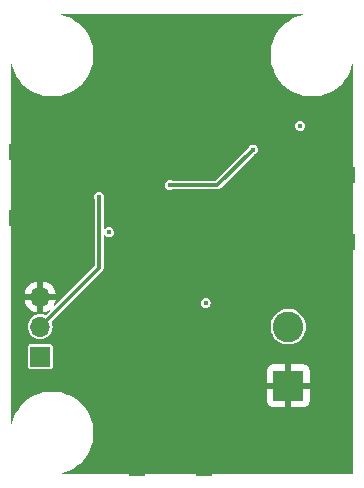
<source format=gbr>
%TF.GenerationSoftware,KiCad,Pcbnew,8.0.2*%
%TF.CreationDate,2025-01-11T01:11:34-03:00*%
%TF.ProjectId,LTC6268-10,4c544336-3236-4382-9d31-302e6b696361,rev?*%
%TF.SameCoordinates,Original*%
%TF.FileFunction,Copper,L4,Bot*%
%TF.FilePolarity,Positive*%
%FSLAX46Y46*%
G04 Gerber Fmt 4.6, Leading zero omitted, Abs format (unit mm)*
G04 Created by KiCad (PCBNEW 8.0.2) date 2025-01-11 01:11:34*
%MOMM*%
%LPD*%
G01*
G04 APERTURE LIST*
%TA.AperFunction,SMDPad,CuDef*%
%ADD10R,4.200000X1.350000*%
%TD*%
%TA.AperFunction,ComponentPad*%
%ADD11R,2.600000X2.600000*%
%TD*%
%TA.AperFunction,ComponentPad*%
%ADD12C,2.600000*%
%TD*%
%TA.AperFunction,SMDPad,CuDef*%
%ADD13R,1.350000X4.200000*%
%TD*%
%TA.AperFunction,ComponentPad*%
%ADD14R,1.700000X1.700000*%
%TD*%
%TA.AperFunction,ComponentPad*%
%ADD15O,1.700000X1.700000*%
%TD*%
%TA.AperFunction,ViaPad*%
%ADD16C,0.450000*%
%TD*%
%TA.AperFunction,Conductor*%
%ADD17C,0.349300*%
%TD*%
G04 APERTURE END LIST*
D10*
%TO.P,J4,2,Ext*%
%TO.N,GND*%
X134420001Y-72825000D03*
X134420001Y-67175000D03*
%TD*%
D11*
%TO.P,J2,1,Pin_1*%
%TO.N,GND*%
X130920001Y-85000000D03*
D12*
%TO.P,J2,2,Pin_2*%
%TO.N,Net-(J2-Pin_2)*%
X130920001Y-80000000D03*
%TD*%
D10*
%TO.P,J1,2,Ext*%
%TO.N,GND*%
X109420001Y-65175000D03*
X109420001Y-70825000D03*
%TD*%
D13*
%TO.P,J3,2,Ext*%
%TO.N,GND*%
X118095001Y-90500000D03*
X123745001Y-90500000D03*
%TD*%
D14*
%TO.P,SD_L1,1,A*%
%TO.N,VCC*%
X109920001Y-82540000D03*
D15*
%TO.P,SD_L1,2,C*%
%TO.N,/Shutdown_L*%
X109920001Y-80000000D03*
%TO.P,SD_L1,3,B*%
%TO.N,GND*%
X109920001Y-77460000D03*
%TD*%
D16*
%TO.N,GND*%
X131920001Y-66500000D03*
X131920001Y-67500000D03*
X131920001Y-73500000D03*
X123920001Y-65000000D03*
X117920001Y-88000000D03*
X121420001Y-74000000D03*
X121420001Y-72000000D03*
X111920001Y-64500000D03*
X120920001Y-69000000D03*
X120920001Y-77000000D03*
X131920001Y-72500000D03*
X123920001Y-88000000D03*
X122920001Y-88000000D03*
X123920001Y-63000000D03*
X118920001Y-88000000D03*
X111420001Y-70000000D03*
X111920001Y-65500000D03*
X111420001Y-71500000D03*
%TO.N,VCC*%
X123919997Y-78000004D03*
X131920001Y-63000000D03*
X115720001Y-72000000D03*
%TO.N,Net-(U1-+IN)*%
X127919998Y-65000003D03*
X120920001Y-68000000D03*
%TO.N,/Shutdown_L*%
X114920001Y-69000000D03*
%TD*%
D17*
%TO.N,Net-(U1-+IN)*%
X120920001Y-68000000D02*
X124920001Y-68000000D01*
X124920001Y-68000000D02*
X127919998Y-65000003D01*
%TO.N,/Shutdown_L*%
X114920001Y-69000000D02*
X114920001Y-75000000D01*
X114920001Y-75000000D02*
X109920001Y-80000000D01*
%TD*%
%TA.AperFunction,Conductor*%
%TO.N,GND*%
G36*
X132119741Y-53514352D02*
G01*
X132134093Y-53549000D01*
X132119741Y-53583648D01*
X132097775Y-53596330D01*
X131836814Y-53666254D01*
X131836808Y-53666256D01*
X131836804Y-53666257D01*
X131836802Y-53666258D01*
X131739832Y-53703480D01*
X131494263Y-53797745D01*
X131167350Y-53964317D01*
X130859630Y-54164151D01*
X130859628Y-54164153D01*
X130574499Y-54395047D01*
X130574484Y-54395060D01*
X130315061Y-54654483D01*
X130315048Y-54654498D01*
X130084154Y-54939627D01*
X130084152Y-54939629D01*
X129884318Y-55247349D01*
X129717746Y-55574262D01*
X129676746Y-55681072D01*
X129614460Y-55843336D01*
X129586257Y-55916807D01*
X129586255Y-55916813D01*
X129491296Y-56271204D01*
X129433898Y-56633604D01*
X129414697Y-57000000D01*
X129433898Y-57366395D01*
X129491296Y-57728795D01*
X129586255Y-58083186D01*
X129586257Y-58083192D01*
X129586259Y-58083199D01*
X129670613Y-58302952D01*
X129717746Y-58425737D01*
X129739876Y-58469169D01*
X129883222Y-58750500D01*
X129884318Y-58752650D01*
X130084152Y-59060370D01*
X130084154Y-59060372D01*
X130315048Y-59345501D01*
X130315061Y-59345516D01*
X130574484Y-59604939D01*
X130574491Y-59604945D01*
X130574495Y-59604949D01*
X130574499Y-59604952D01*
X130859628Y-59835846D01*
X130859630Y-59835848D01*
X130859635Y-59835851D01*
X131167349Y-60035682D01*
X131494265Y-60202255D01*
X131836802Y-60333742D01*
X132191207Y-60428705D01*
X132553597Y-60486102D01*
X132920001Y-60505304D01*
X133286405Y-60486102D01*
X133648795Y-60428705D01*
X134003200Y-60333742D01*
X134345737Y-60202255D01*
X134672653Y-60035682D01*
X134980367Y-59835851D01*
X135265507Y-59604949D01*
X135524950Y-59345506D01*
X135755852Y-59060366D01*
X135955683Y-58752652D01*
X136122256Y-58425736D01*
X136253743Y-58083199D01*
X136323671Y-57822224D01*
X136346501Y-57792472D01*
X136383683Y-57787577D01*
X136413436Y-57810407D01*
X136420001Y-57834907D01*
X136420001Y-92451000D01*
X136405649Y-92485648D01*
X136371001Y-92500000D01*
X111754909Y-92500000D01*
X111720261Y-92485648D01*
X111705909Y-92451000D01*
X111720261Y-92416352D01*
X111742227Y-92403670D01*
X111804632Y-92386948D01*
X112003200Y-92333742D01*
X112345737Y-92202255D01*
X112672653Y-92035682D01*
X112980367Y-91835851D01*
X113265507Y-91604949D01*
X113524950Y-91345506D01*
X113755852Y-91060366D01*
X113955683Y-90752652D01*
X114122256Y-90425736D01*
X114253743Y-90083199D01*
X114348706Y-89728794D01*
X114406103Y-89366404D01*
X114425305Y-89000000D01*
X114406103Y-88633596D01*
X114348706Y-88271206D01*
X114253743Y-87916801D01*
X114122256Y-87574264D01*
X113955683Y-87247348D01*
X113755852Y-86939634D01*
X113755849Y-86939629D01*
X113755847Y-86939627D01*
X113585787Y-86729622D01*
X113524950Y-86654494D01*
X113524946Y-86654490D01*
X113524940Y-86654483D01*
X113265517Y-86395060D01*
X113265502Y-86395047D01*
X112980373Y-86164153D01*
X112980371Y-86164151D01*
X112672651Y-85964317D01*
X112345738Y-85797745D01*
X112222953Y-85750612D01*
X112003200Y-85666258D01*
X112003193Y-85666256D01*
X112003187Y-85666254D01*
X111648796Y-85571295D01*
X111550484Y-85555724D01*
X111286405Y-85513898D01*
X111286400Y-85513897D01*
X111286396Y-85513897D01*
X110920001Y-85494696D01*
X110553605Y-85513897D01*
X110553599Y-85513897D01*
X110553597Y-85513898D01*
X110387827Y-85540153D01*
X110191205Y-85571295D01*
X109836814Y-85666254D01*
X109836808Y-85666256D01*
X109836804Y-85666257D01*
X109836802Y-85666258D01*
X109739832Y-85703480D01*
X109494263Y-85797745D01*
X109167350Y-85964317D01*
X108859630Y-86164151D01*
X108859628Y-86164153D01*
X108574499Y-86395047D01*
X108574484Y-86395060D01*
X108315061Y-86654483D01*
X108315048Y-86654498D01*
X108084154Y-86939627D01*
X108084152Y-86939629D01*
X107884318Y-87247349D01*
X107717746Y-87574262D01*
X107676746Y-87681072D01*
X107614460Y-87843336D01*
X107586257Y-87916807D01*
X107586255Y-87916813D01*
X107516331Y-88177774D01*
X107493501Y-88207527D01*
X107456319Y-88212422D01*
X107426566Y-88189592D01*
X107420001Y-88165092D01*
X107420001Y-83652165D01*
X129120001Y-83652165D01*
X129120001Y-84750000D01*
X130320000Y-84750000D01*
X130294980Y-84810402D01*
X130270001Y-84935981D01*
X130270001Y-85064019D01*
X130294980Y-85189598D01*
X130320000Y-85250000D01*
X129120001Y-85250000D01*
X129120001Y-86347834D01*
X129126402Y-86407372D01*
X129126402Y-86407373D01*
X129176649Y-86542091D01*
X129262812Y-86657188D01*
X129377909Y-86743351D01*
X129512627Y-86793598D01*
X129572167Y-86800000D01*
X130670001Y-86800000D01*
X130670001Y-85600001D01*
X130730403Y-85625021D01*
X130855982Y-85650000D01*
X130984020Y-85650000D01*
X131109599Y-85625021D01*
X131170001Y-85600001D01*
X131170001Y-86800000D01*
X132267835Y-86800000D01*
X132327373Y-86793598D01*
X132327374Y-86793598D01*
X132462092Y-86743351D01*
X132577189Y-86657188D01*
X132663352Y-86542091D01*
X132713599Y-86407373D01*
X132713599Y-86407372D01*
X132720001Y-86347834D01*
X132720001Y-85250000D01*
X131520002Y-85250000D01*
X131545022Y-85189598D01*
X131570001Y-85064019D01*
X131570001Y-84935981D01*
X131545022Y-84810402D01*
X131520002Y-84750000D01*
X132720001Y-84750000D01*
X132720001Y-83652165D01*
X132713599Y-83592627D01*
X132713599Y-83592626D01*
X132663352Y-83457908D01*
X132577189Y-83342811D01*
X132462092Y-83256648D01*
X132327374Y-83206401D01*
X132267835Y-83200000D01*
X131170001Y-83200000D01*
X131170001Y-84399998D01*
X131109599Y-84374979D01*
X130984020Y-84350000D01*
X130855982Y-84350000D01*
X130730403Y-84374979D01*
X130670001Y-84399998D01*
X130670001Y-83200000D01*
X129572167Y-83200000D01*
X129512628Y-83206401D01*
X129512627Y-83206401D01*
X129377909Y-83256648D01*
X129262812Y-83342811D01*
X129176649Y-83457908D01*
X129126402Y-83592626D01*
X129126402Y-83592627D01*
X129120001Y-83652165D01*
X107420001Y-83652165D01*
X107420001Y-81670252D01*
X108869501Y-81670252D01*
X108869501Y-83409748D01*
X108881134Y-83468231D01*
X108898883Y-83494795D01*
X108925448Y-83534552D01*
X108952013Y-83552301D01*
X108991770Y-83578867D01*
X109050253Y-83590500D01*
X109050256Y-83590500D01*
X110789746Y-83590500D01*
X110789749Y-83590500D01*
X110848232Y-83578867D01*
X110914553Y-83534552D01*
X110958868Y-83468231D01*
X110970501Y-83409748D01*
X110970501Y-81670252D01*
X110958868Y-81611769D01*
X110932302Y-81572012D01*
X110914553Y-81545447D01*
X110874796Y-81518882D01*
X110848232Y-81501133D01*
X110789749Y-81489500D01*
X109050253Y-81489500D01*
X108994952Y-81500500D01*
X108991770Y-81501133D01*
X108925448Y-81545447D01*
X108881134Y-81611769D01*
X108869501Y-81670252D01*
X107420001Y-81670252D01*
X107420001Y-77209999D01*
X108589364Y-77209999D01*
X108589365Y-77210000D01*
X109486989Y-77210000D01*
X109454076Y-77267007D01*
X109420001Y-77394174D01*
X109420001Y-77525826D01*
X109454076Y-77652993D01*
X109486989Y-77710000D01*
X108589364Y-77710000D01*
X108646567Y-77923483D01*
X108646569Y-77923488D01*
X108746399Y-78137577D01*
X108746406Y-78137589D01*
X108881886Y-78331072D01*
X108881892Y-78331079D01*
X109048921Y-78498108D01*
X109048928Y-78498114D01*
X109242411Y-78633594D01*
X109242423Y-78633601D01*
X109456512Y-78733431D01*
X109456517Y-78733433D01*
X109670001Y-78790634D01*
X109670001Y-77893012D01*
X109727008Y-77925925D01*
X109854175Y-77960000D01*
X109985827Y-77960000D01*
X110112994Y-77925925D01*
X110170001Y-77893012D01*
X110170001Y-78790634D01*
X110383484Y-78733433D01*
X110383489Y-78733431D01*
X110597578Y-78633601D01*
X110597584Y-78633597D01*
X110666754Y-78585163D01*
X110703368Y-78577045D01*
X110734998Y-78597195D01*
X110743116Y-78633809D01*
X110729508Y-78659949D01*
X110375909Y-79013548D01*
X110341261Y-79027900D01*
X110326416Y-79024944D01*
X110326258Y-79025467D01*
X110323956Y-79024768D01*
X110323955Y-79024768D01*
X110125935Y-78964700D01*
X109920001Y-78944417D01*
X109714066Y-78964700D01*
X109714065Y-78964700D01*
X109516044Y-79024769D01*
X109333549Y-79122316D01*
X109173591Y-79253590D01*
X109042317Y-79413548D01*
X108944770Y-79596043D01*
X108884701Y-79794064D01*
X108884701Y-79794065D01*
X108884701Y-79794066D01*
X108864418Y-80000000D01*
X108884701Y-80205934D01*
X108944769Y-80403954D01*
X109042316Y-80586450D01*
X109173591Y-80746410D01*
X109333551Y-80877685D01*
X109516047Y-80975232D01*
X109714067Y-81035300D01*
X109920001Y-81055583D01*
X110125935Y-81035300D01*
X110323955Y-80975232D01*
X110506451Y-80877685D01*
X110666411Y-80746410D01*
X110797686Y-80586450D01*
X110895233Y-80403954D01*
X110955301Y-80205934D01*
X110975584Y-80000000D01*
X129414358Y-80000000D01*
X129434893Y-80247821D01*
X129474431Y-80403954D01*
X129495939Y-80488883D01*
X129595826Y-80716604D01*
X129595833Y-80716616D01*
X129731835Y-80924784D01*
X129833572Y-81035299D01*
X129900257Y-81107738D01*
X130096492Y-81260474D01*
X130096499Y-81260478D01*
X130096501Y-81260479D01*
X130315183Y-81378824D01*
X130315185Y-81378824D01*
X130315191Y-81378828D01*
X130550387Y-81459571D01*
X130795666Y-81500500D01*
X130795669Y-81500500D01*
X131044333Y-81500500D01*
X131044336Y-81500500D01*
X131289615Y-81459571D01*
X131524811Y-81378828D01*
X131743510Y-81260474D01*
X131939745Y-81107738D01*
X132108165Y-80924785D01*
X132244174Y-80716607D01*
X132344064Y-80488881D01*
X132405109Y-80247821D01*
X132425644Y-80000000D01*
X132405109Y-79752179D01*
X132344064Y-79511119D01*
X132244174Y-79283393D01*
X132244172Y-79283390D01*
X132244168Y-79283383D01*
X132108166Y-79075215D01*
X131939745Y-78892262D01*
X131743514Y-78739529D01*
X131743513Y-78739528D01*
X131743510Y-78739526D01*
X131743505Y-78739523D01*
X131743500Y-78739520D01*
X131524818Y-78621175D01*
X131524812Y-78621172D01*
X131524811Y-78621172D01*
X131505963Y-78614701D01*
X131289616Y-78540429D01*
X131228295Y-78530196D01*
X131044336Y-78499500D01*
X130795666Y-78499500D01*
X130648498Y-78524057D01*
X130550385Y-78540429D01*
X130315193Y-78621171D01*
X130315183Y-78621175D01*
X130096501Y-78739520D01*
X130096487Y-78739529D01*
X129900256Y-78892262D01*
X129900255Y-78892262D01*
X129731835Y-79075215D01*
X129595833Y-79283383D01*
X129595826Y-79283395D01*
X129495939Y-79511116D01*
X129495938Y-79511119D01*
X129434893Y-79752179D01*
X129414358Y-80000000D01*
X110975584Y-80000000D01*
X110955301Y-79794066D01*
X110895233Y-79596046D01*
X110895232Y-79596045D01*
X110894534Y-79593742D01*
X110895837Y-79593346D01*
X110895820Y-79560010D01*
X110906449Y-79544092D01*
X112450538Y-78000004D01*
X123489193Y-78000004D01*
X123510278Y-78133130D01*
X123510278Y-78133131D01*
X123510279Y-78133132D01*
X123571464Y-78253217D01*
X123571469Y-78253224D01*
X123666776Y-78348531D01*
X123666783Y-78348536D01*
X123746839Y-78389326D01*
X123786871Y-78409723D01*
X123919997Y-78430808D01*
X124053123Y-78409723D01*
X124136417Y-78367282D01*
X124173210Y-78348536D01*
X124173212Y-78348534D01*
X124173217Y-78348532D01*
X124268525Y-78253224D01*
X124277883Y-78234859D01*
X124292203Y-78206753D01*
X124329716Y-78133130D01*
X124350801Y-78000004D01*
X124329716Y-77866878D01*
X124309319Y-77826846D01*
X124268529Y-77746790D01*
X124268524Y-77746783D01*
X124173217Y-77651476D01*
X124173210Y-77651471D01*
X124053125Y-77590286D01*
X124053124Y-77590285D01*
X124053123Y-77590285D01*
X123919997Y-77569200D01*
X123786871Y-77590285D01*
X123786869Y-77590285D01*
X123786868Y-77590286D01*
X123666783Y-77651471D01*
X123666776Y-77651476D01*
X123571469Y-77746783D01*
X123571464Y-77746790D01*
X123510279Y-77866875D01*
X123510278Y-77866876D01*
X123510278Y-77866878D01*
X123489193Y-78000004D01*
X112450538Y-78000004D01*
X115220196Y-75230348D01*
X115269585Y-75144803D01*
X115282368Y-75097096D01*
X115295151Y-75049392D01*
X115295151Y-72295194D01*
X115309503Y-72260546D01*
X115344151Y-72246194D01*
X115378799Y-72260546D01*
X115466780Y-72348527D01*
X115466787Y-72348532D01*
X115546843Y-72389322D01*
X115586875Y-72409719D01*
X115720001Y-72430804D01*
X115853127Y-72409719D01*
X115936421Y-72367278D01*
X115973214Y-72348532D01*
X115973216Y-72348530D01*
X115973221Y-72348528D01*
X116068529Y-72253220D01*
X116129720Y-72133126D01*
X116150805Y-72000000D01*
X116129720Y-71866874D01*
X116109323Y-71826842D01*
X116068533Y-71746786D01*
X116068528Y-71746779D01*
X115973221Y-71651472D01*
X115973214Y-71651467D01*
X115853129Y-71590282D01*
X115853128Y-71590281D01*
X115853127Y-71590281D01*
X115720001Y-71569196D01*
X115586875Y-71590281D01*
X115586873Y-71590281D01*
X115586872Y-71590282D01*
X115466787Y-71651467D01*
X115466780Y-71651472D01*
X115378799Y-71739454D01*
X115344151Y-71753806D01*
X115309503Y-71739454D01*
X115295151Y-71704806D01*
X115295151Y-69212734D01*
X115300492Y-69190488D01*
X115329720Y-69133126D01*
X115350805Y-69000000D01*
X115329720Y-68866874D01*
X115309323Y-68826842D01*
X115268533Y-68746786D01*
X115268528Y-68746779D01*
X115173221Y-68651472D01*
X115173214Y-68651467D01*
X115053129Y-68590282D01*
X115053128Y-68590281D01*
X115053127Y-68590281D01*
X114920001Y-68569196D01*
X114786875Y-68590281D01*
X114786873Y-68590281D01*
X114786872Y-68590282D01*
X114666787Y-68651467D01*
X114666780Y-68651472D01*
X114571473Y-68746779D01*
X114571468Y-68746786D01*
X114510283Y-68866871D01*
X114510282Y-68866872D01*
X114510282Y-68866874D01*
X114489197Y-69000000D01*
X114510282Y-69133126D01*
X114510282Y-69133127D01*
X114510283Y-69133128D01*
X114539510Y-69190488D01*
X114544851Y-69212734D01*
X114544851Y-74824311D01*
X114530499Y-74858959D01*
X111119950Y-78269507D01*
X111085302Y-78283859D01*
X111050654Y-78269507D01*
X111036302Y-78234859D01*
X111045164Y-78206753D01*
X111093598Y-78137583D01*
X111093602Y-78137577D01*
X111193432Y-77923488D01*
X111193434Y-77923483D01*
X111250637Y-77710000D01*
X110353013Y-77710000D01*
X110385926Y-77652993D01*
X110420001Y-77525826D01*
X110420001Y-77394174D01*
X110385926Y-77267007D01*
X110353013Y-77210000D01*
X111250637Y-77210000D01*
X111250637Y-77209999D01*
X111193434Y-76996516D01*
X111193433Y-76996511D01*
X111093602Y-76782423D01*
X111093595Y-76782411D01*
X110958115Y-76588927D01*
X110958109Y-76588920D01*
X110791080Y-76421891D01*
X110791073Y-76421885D01*
X110597590Y-76286405D01*
X110597578Y-76286398D01*
X110383489Y-76186568D01*
X110383484Y-76186566D01*
X110170001Y-76129363D01*
X110170001Y-77026988D01*
X110112994Y-76994075D01*
X109985827Y-76960000D01*
X109854175Y-76960000D01*
X109727008Y-76994075D01*
X109670001Y-77026988D01*
X109670001Y-76129363D01*
X109670000Y-76129363D01*
X109456517Y-76186566D01*
X109456512Y-76186567D01*
X109242424Y-76286398D01*
X109242412Y-76286405D01*
X109048928Y-76421885D01*
X109048921Y-76421891D01*
X108881892Y-76588920D01*
X108881886Y-76588927D01*
X108746406Y-76782411D01*
X108746399Y-76782423D01*
X108646568Y-76996511D01*
X108646567Y-76996516D01*
X108589364Y-77209999D01*
X107420001Y-77209999D01*
X107420001Y-68000000D01*
X120489197Y-68000000D01*
X120510282Y-68133126D01*
X120510282Y-68133127D01*
X120510283Y-68133128D01*
X120571468Y-68253213D01*
X120571473Y-68253220D01*
X120666780Y-68348527D01*
X120666787Y-68348532D01*
X120746843Y-68389322D01*
X120786875Y-68409719D01*
X120920001Y-68430804D01*
X121053127Y-68409719D01*
X121110490Y-68380491D01*
X121132736Y-68375150D01*
X124969394Y-68375150D01*
X124969394Y-68375149D01*
X125064804Y-68349584D01*
X125114193Y-68321068D01*
X125150348Y-68300195D01*
X125220196Y-68230347D01*
X128027247Y-65423294D01*
X128049750Y-65411830D01*
X128049453Y-65410915D01*
X128053119Y-65409722D01*
X128053124Y-65409722D01*
X128116882Y-65377235D01*
X128173211Y-65348535D01*
X128173213Y-65348533D01*
X128173218Y-65348531D01*
X128268526Y-65253223D01*
X128329717Y-65133129D01*
X128350802Y-65000003D01*
X128329717Y-64866877D01*
X128309320Y-64826845D01*
X128268530Y-64746789D01*
X128268525Y-64746782D01*
X128173218Y-64651475D01*
X128173211Y-64651470D01*
X128053126Y-64590285D01*
X128053125Y-64590284D01*
X128053124Y-64590284D01*
X127919998Y-64569199D01*
X127786872Y-64590284D01*
X127786870Y-64590284D01*
X127786869Y-64590285D01*
X127666784Y-64651470D01*
X127666777Y-64651475D01*
X127571470Y-64746782D01*
X127571465Y-64746789D01*
X127510280Y-64866871D01*
X127509088Y-64870543D01*
X127508176Y-64870246D01*
X127496705Y-64892752D01*
X124778961Y-67610498D01*
X124744313Y-67624850D01*
X121132736Y-67624850D01*
X121110490Y-67619509D01*
X121053129Y-67590282D01*
X121053128Y-67590281D01*
X121053127Y-67590281D01*
X120920001Y-67569196D01*
X120786875Y-67590281D01*
X120786873Y-67590281D01*
X120786872Y-67590282D01*
X120666787Y-67651467D01*
X120666780Y-67651472D01*
X120571473Y-67746779D01*
X120571468Y-67746786D01*
X120510283Y-67866871D01*
X120510282Y-67866872D01*
X120510282Y-67866874D01*
X120489197Y-68000000D01*
X107420001Y-68000000D01*
X107420001Y-63000000D01*
X131489197Y-63000000D01*
X131510282Y-63133126D01*
X131510282Y-63133127D01*
X131510283Y-63133128D01*
X131571468Y-63253213D01*
X131571473Y-63253220D01*
X131666780Y-63348527D01*
X131666787Y-63348532D01*
X131746843Y-63389322D01*
X131786875Y-63409719D01*
X131920001Y-63430804D01*
X132053127Y-63409719D01*
X132136421Y-63367278D01*
X132173214Y-63348532D01*
X132173216Y-63348530D01*
X132173221Y-63348528D01*
X132268529Y-63253220D01*
X132329720Y-63133126D01*
X132350805Y-63000000D01*
X132329720Y-62866874D01*
X132309323Y-62826842D01*
X132268533Y-62746786D01*
X132268528Y-62746779D01*
X132173221Y-62651472D01*
X132173214Y-62651467D01*
X132053129Y-62590282D01*
X132053128Y-62590281D01*
X132053127Y-62590281D01*
X131920001Y-62569196D01*
X131786875Y-62590281D01*
X131786873Y-62590281D01*
X131786872Y-62590282D01*
X131666787Y-62651467D01*
X131666780Y-62651472D01*
X131571473Y-62746779D01*
X131571468Y-62746786D01*
X131510283Y-62866871D01*
X131510282Y-62866872D01*
X131510282Y-62866874D01*
X131489197Y-63000000D01*
X107420001Y-63000000D01*
X107420001Y-57834907D01*
X107434353Y-57800259D01*
X107469001Y-57785907D01*
X107503649Y-57800259D01*
X107516331Y-57822225D01*
X107586255Y-58083186D01*
X107586257Y-58083192D01*
X107586259Y-58083199D01*
X107670613Y-58302952D01*
X107717746Y-58425737D01*
X107739876Y-58469169D01*
X107883222Y-58750500D01*
X107884318Y-58752650D01*
X108084152Y-59060370D01*
X108084154Y-59060372D01*
X108315048Y-59345501D01*
X108315061Y-59345516D01*
X108574484Y-59604939D01*
X108574491Y-59604945D01*
X108574495Y-59604949D01*
X108574499Y-59604952D01*
X108859628Y-59835846D01*
X108859630Y-59835848D01*
X108859635Y-59835851D01*
X109167349Y-60035682D01*
X109494265Y-60202255D01*
X109836802Y-60333742D01*
X110191207Y-60428705D01*
X110553597Y-60486102D01*
X110920001Y-60505304D01*
X111286405Y-60486102D01*
X111648795Y-60428705D01*
X112003200Y-60333742D01*
X112345737Y-60202255D01*
X112672653Y-60035682D01*
X112980367Y-59835851D01*
X113265507Y-59604949D01*
X113524950Y-59345506D01*
X113755852Y-59060366D01*
X113955683Y-58752652D01*
X114122256Y-58425736D01*
X114253743Y-58083199D01*
X114348706Y-57728794D01*
X114406103Y-57366404D01*
X114425305Y-57000000D01*
X114406103Y-56633596D01*
X114348706Y-56271206D01*
X114253743Y-55916801D01*
X114122256Y-55574264D01*
X113955683Y-55247348D01*
X113755852Y-54939634D01*
X113755849Y-54939629D01*
X113755847Y-54939627D01*
X113524953Y-54654498D01*
X113524940Y-54654483D01*
X113265517Y-54395060D01*
X113265502Y-54395047D01*
X112980373Y-54164153D01*
X112980371Y-54164151D01*
X112672651Y-53964317D01*
X112345738Y-53797745D01*
X112222953Y-53750612D01*
X112003200Y-53666258D01*
X112003193Y-53666256D01*
X112003187Y-53666254D01*
X111742227Y-53596330D01*
X111712474Y-53573500D01*
X111707579Y-53536318D01*
X111730409Y-53506565D01*
X111754909Y-53500000D01*
X132085093Y-53500000D01*
X132119741Y-53514352D01*
G37*
%TD.AperFunction*%
%TD*%
M02*

</source>
